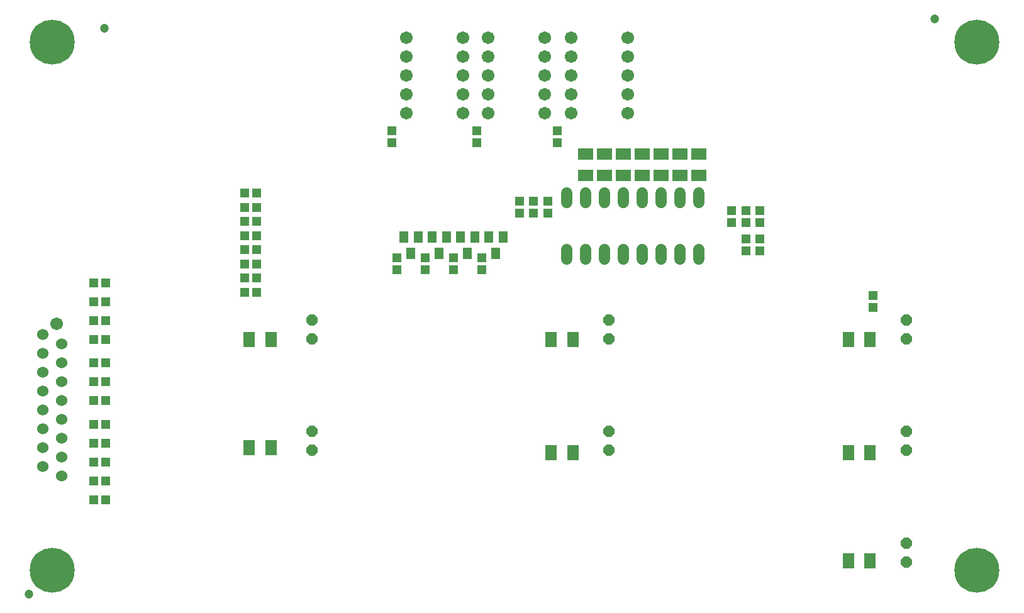
<source format=gbr>
G04 EAGLE Gerber RS-274X export*
G75*
%MOIN*%
%FSLAX34Y34*%
%LPD*%
%INSoldermask Top*%
%IPPOS*%
%AMOC8*
5,1,8,0,0,1.08239X$1,22.5*%
G01*
%ADD10C,0.067055*%
%ADD11C,0.060000*%
%ADD12R,0.047370X0.047370*%
%ADD13R,0.047370X0.063118*%
%ADD14P,0.064943X8X292.500000*%
%ADD15R,0.059181X0.078866*%
%ADD16C,0.238000*%
%ADD17C,0.047370*%
%ADD18C,0.060000*%
%ADD19R,0.078866X0.059181*%


D10*
X20750Y30250D03*
X20750Y29250D03*
X20750Y28250D03*
X20750Y27250D03*
X20750Y26250D03*
X23750Y26250D03*
X23750Y27250D03*
X23750Y28250D03*
X23750Y29250D03*
X23750Y30250D03*
X25075Y30250D03*
X25075Y29250D03*
X25075Y28250D03*
X25075Y27250D03*
X25075Y26250D03*
X28075Y26250D03*
X28075Y27250D03*
X28075Y28250D03*
X28075Y29250D03*
X28075Y30250D03*
X29500Y30250D03*
X29500Y29250D03*
X29500Y28250D03*
X29500Y27250D03*
X29500Y26250D03*
X32500Y26250D03*
X32500Y27250D03*
X32500Y28250D03*
X32500Y29250D03*
X32500Y30250D03*
D11*
X29250Y19010D02*
X29250Y18490D01*
X30250Y18490D02*
X30250Y19010D01*
X35250Y19010D02*
X35250Y18490D01*
X36250Y18490D02*
X36250Y19010D01*
X31250Y19010D02*
X31250Y18490D01*
X32250Y18490D02*
X32250Y19010D01*
X34250Y19010D02*
X34250Y18490D01*
X33250Y18490D02*
X33250Y19010D01*
X36250Y21490D02*
X36250Y22010D01*
X35250Y22010D02*
X35250Y21490D01*
X34250Y21490D02*
X34250Y22010D01*
X33250Y22010D02*
X33250Y21490D01*
X32250Y21490D02*
X32250Y22010D01*
X31250Y22010D02*
X31250Y21490D01*
X30250Y21490D02*
X30250Y22010D01*
X29250Y22010D02*
X29250Y21490D01*
D12*
X38000Y20435D03*
X38000Y21065D03*
X39500Y20435D03*
X39500Y21065D03*
X39500Y18935D03*
X39500Y19565D03*
X38750Y20435D03*
X38750Y21065D03*
X38750Y18935D03*
X38750Y19565D03*
D13*
X21000Y18817D03*
X20626Y19683D03*
X21374Y19683D03*
X25500Y18817D03*
X25126Y19683D03*
X25874Y19683D03*
X24000Y18817D03*
X23626Y19683D03*
X24374Y19683D03*
X22500Y18817D03*
X22126Y19683D03*
X22874Y19683D03*
D12*
X12815Y17500D03*
X12185Y17500D03*
X12815Y16750D03*
X12185Y16750D03*
X12815Y22000D03*
X12185Y22000D03*
X12815Y21250D03*
X12185Y21250D03*
X12815Y20500D03*
X12185Y20500D03*
X12815Y19750D03*
X12185Y19750D03*
X12815Y19000D03*
X12185Y19000D03*
X12815Y18250D03*
X12185Y18250D03*
X4815Y5750D03*
X4185Y5750D03*
X4815Y8750D03*
X4185Y8750D03*
X4815Y7750D03*
X4185Y7750D03*
X4815Y6750D03*
X4185Y6750D03*
X20000Y25315D03*
X20000Y24685D03*
X27500Y21565D03*
X27500Y20935D03*
X24500Y25315D03*
X24500Y24685D03*
X28750Y25315D03*
X28750Y24685D03*
D14*
X31496Y9358D03*
X31496Y8358D03*
D15*
X28429Y8250D03*
X29571Y8250D03*
X28429Y14250D03*
X29571Y14250D03*
X12429Y8500D03*
X13571Y8500D03*
X12429Y14250D03*
X13571Y14250D03*
X44179Y14250D03*
X45321Y14250D03*
X44179Y8250D03*
X45321Y8250D03*
X44179Y2500D03*
X45321Y2500D03*
D14*
X31496Y15264D03*
X31496Y14264D03*
X15748Y9358D03*
X15748Y8358D03*
X15748Y15264D03*
X15748Y14264D03*
X47244Y15264D03*
X47244Y14264D03*
X47244Y9358D03*
X47244Y8358D03*
X47244Y3453D03*
X47244Y2453D03*
D12*
X45500Y15935D03*
X45500Y16565D03*
X26750Y21565D03*
X26750Y20935D03*
D16*
X51000Y2000D03*
X51000Y30000D03*
X2000Y30000D03*
X2000Y2000D03*
D17*
X750Y750D03*
X48750Y31250D03*
X4750Y30750D03*
D12*
X4185Y17250D03*
X4815Y17250D03*
X4185Y16250D03*
X4815Y16250D03*
X4185Y15250D03*
X4815Y15250D03*
X4185Y14250D03*
X4815Y14250D03*
X4185Y13000D03*
X4815Y13000D03*
X4185Y12000D03*
X4815Y12000D03*
X4185Y11000D03*
X4815Y11000D03*
X4185Y9750D03*
X4815Y9750D03*
X28250Y21565D03*
X28250Y20935D03*
D18*
X1500Y14500D03*
X2500Y14000D03*
X1500Y13500D03*
X2500Y13000D03*
X1500Y12500D03*
X2500Y12000D03*
X1500Y11500D03*
X2500Y11000D03*
X1500Y10500D03*
X2500Y10000D03*
X1500Y9500D03*
X2500Y9000D03*
X1500Y8500D03*
X2500Y8000D03*
X1500Y7500D03*
X2500Y7000D03*
D10*
X2217Y15069D03*
D12*
X21750Y17935D03*
X21750Y18565D03*
X23250Y17935D03*
X23250Y18565D03*
X24750Y17935D03*
X24750Y18565D03*
X20250Y17935D03*
X20250Y18565D03*
D19*
X32250Y24071D03*
X32250Y22929D03*
X33250Y24071D03*
X33250Y22929D03*
X34250Y24071D03*
X34250Y22929D03*
X35250Y24071D03*
X35250Y22929D03*
X36250Y24071D03*
X36250Y22929D03*
X30250Y24071D03*
X30250Y22929D03*
X31250Y24071D03*
X31250Y22929D03*
M02*

</source>
